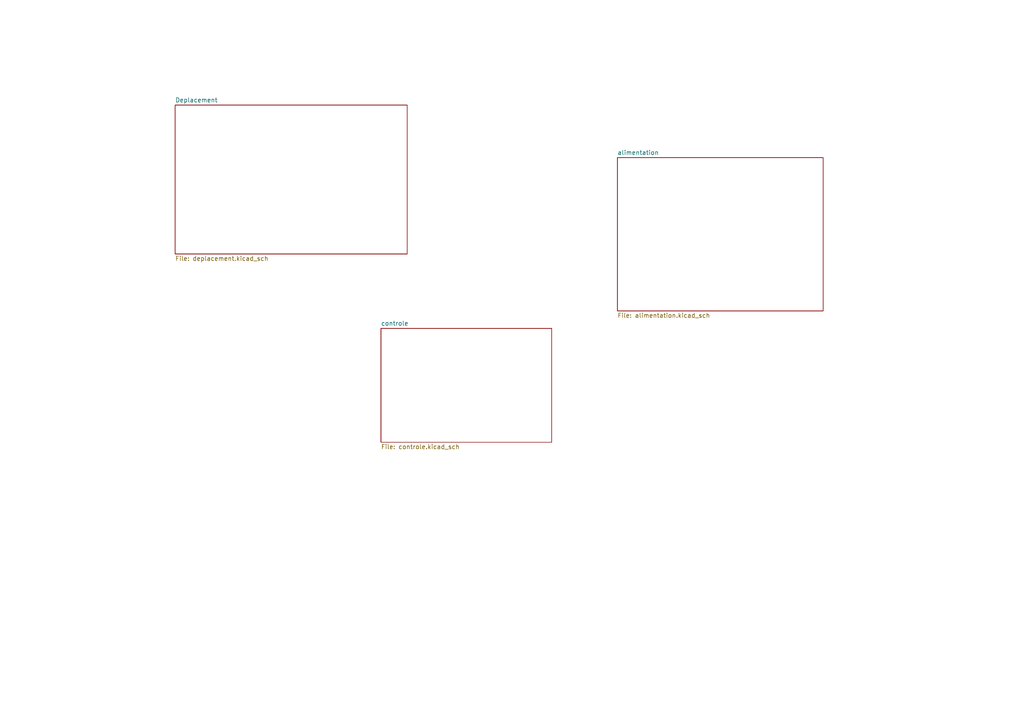
<source format=kicad_sch>
(kicad_sch
	(version 20231120)
	(generator "eeschema")
	(generator_version "8.0")
	(uuid "37e0fdad-f3fd-48e0-8377-111662233a91")
	(paper "A4")
	(lib_symbols)
	(sheet
		(at 50.8 30.48)
		(size 67.31 43.18)
		(fields_autoplaced yes)
		(stroke
			(width 0.1524)
			(type solid)
		)
		(fill
			(color 0 0 0 0.0000)
		)
		(uuid "778527cd-4ba2-44a7-9be0-e348ce68e304")
		(property "Sheetname" "Deplacement"
			(at 50.8 29.7684 0)
			(effects
				(font
					(size 1.27 1.27)
				)
				(justify left bottom)
			)
		)
		(property "Sheetfile" "deplacement.kicad_sch"
			(at 50.8 74.2446 0)
			(effects
				(font
					(size 1.27 1.27)
				)
				(justify left top)
			)
		)
		(instances
			(project "Pojet_V-NOM_KiCAD"
				(path "/37e0fdad-f3fd-48e0-8377-111662233a91"
					(page "3")
				)
			)
		)
	)
	(sheet
		(at 179.07 45.72)
		(size 59.69 44.45)
		(fields_autoplaced yes)
		(stroke
			(width 0.1524)
			(type solid)
		)
		(fill
			(color 0 0 0 0.0000)
		)
		(uuid "aef3d9b2-029f-4338-91be-d4af664a9426")
		(property "Sheetname" "alimentation"
			(at 179.07 45.0084 0)
			(effects
				(font
					(size 1.27 1.27)
				)
				(justify left bottom)
			)
		)
		(property "Sheetfile" "alimentation.kicad_sch"
			(at 179.07 90.7546 0)
			(effects
				(font
					(size 1.27 1.27)
				)
				(justify left top)
			)
		)
		(instances
			(project "Pojet_V-NOM_KiCAD"
				(path "/37e0fdad-f3fd-48e0-8377-111662233a91"
					(page "4")
				)
			)
		)
	)
	(sheet
		(at 110.49 95.25)
		(size 49.53 33.02)
		(fields_autoplaced yes)
		(stroke
			(width 0.1524)
			(type solid)
		)
		(fill
			(color 0 0 0 0.0000)
		)
		(uuid "d618a370-a672-4f19-b1d1-7104c075c5ae")
		(property "Sheetname" "controle"
			(at 110.49 94.5384 0)
			(effects
				(font
					(size 1.27 1.27)
				)
				(justify left bottom)
			)
		)
		(property "Sheetfile" "controle.kicad_sch"
			(at 110.49 128.8546 0)
			(effects
				(font
					(size 1.27 1.27)
				)
				(justify left top)
			)
		)
		(instances
			(project "Pojet_V-NOM_KiCAD"
				(path "/37e0fdad-f3fd-48e0-8377-111662233a91"
					(page "2")
				)
			)
		)
	)
	(sheet_instances
		(path "/"
			(page "1")
		)
	)
)

</source>
